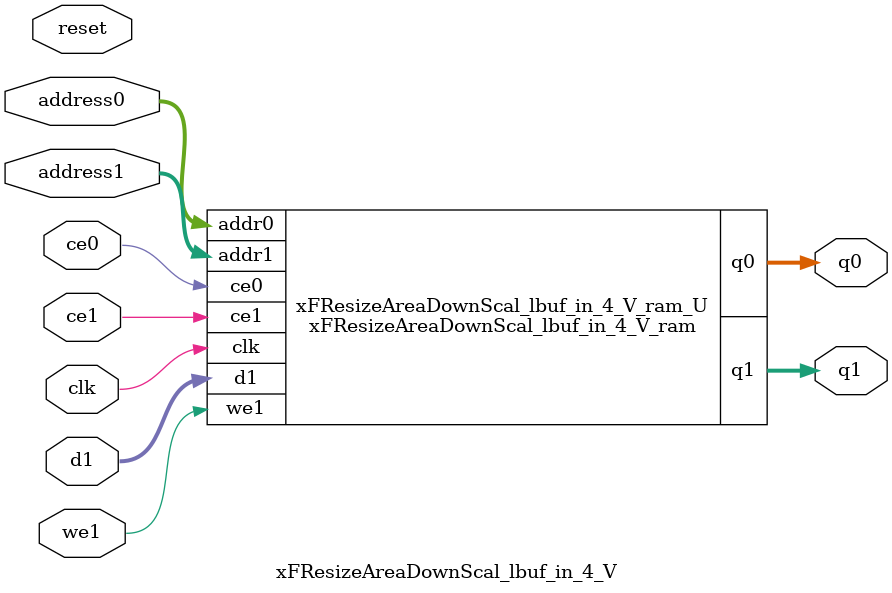
<source format=v>
`timescale 1 ns / 1 ps
module xFResizeAreaDownScal_lbuf_in_4_V_ram (addr0, ce0, q0, addr1, ce1, d1, we1, q1,  clk);

parameter DWIDTH = 24;
parameter AWIDTH = 10;
parameter MEM_SIZE = 640;

input[AWIDTH-1:0] addr0;
input ce0;
output reg[DWIDTH-1:0] q0;
input[AWIDTH-1:0] addr1;
input ce1;
input[DWIDTH-1:0] d1;
input we1;
output reg[DWIDTH-1:0] q1;
input clk;

(* ram_style = "block" *)reg [DWIDTH-1:0] ram[0:MEM_SIZE-1];




always @(posedge clk)  
begin 
    if (ce0) 
    begin
        q0 <= ram[addr0];
    end
end


always @(posedge clk)  
begin 
    if (ce1) 
    begin
        if (we1) 
        begin 
            ram[addr1] <= d1; 
        end 
        q1 <= ram[addr1];
    end
end


endmodule

`timescale 1 ns / 1 ps
module xFResizeAreaDownScal_lbuf_in_4_V(
    reset,
    clk,
    address0,
    ce0,
    q0,
    address1,
    ce1,
    we1,
    d1,
    q1);

parameter DataWidth = 32'd24;
parameter AddressRange = 32'd640;
parameter AddressWidth = 32'd10;
input reset;
input clk;
input[AddressWidth - 1:0] address0;
input ce0;
output[DataWidth - 1:0] q0;
input[AddressWidth - 1:0] address1;
input ce1;
input we1;
input[DataWidth - 1:0] d1;
output[DataWidth - 1:0] q1;



xFResizeAreaDownScal_lbuf_in_4_V_ram xFResizeAreaDownScal_lbuf_in_4_V_ram_U(
    .clk( clk ),
    .addr0( address0 ),
    .ce0( ce0 ),
    .q0( q0 ),
    .addr1( address1 ),
    .ce1( ce1 ),
    .we1( we1 ),
    .d1( d1 ),
    .q1( q1 ));

endmodule


</source>
